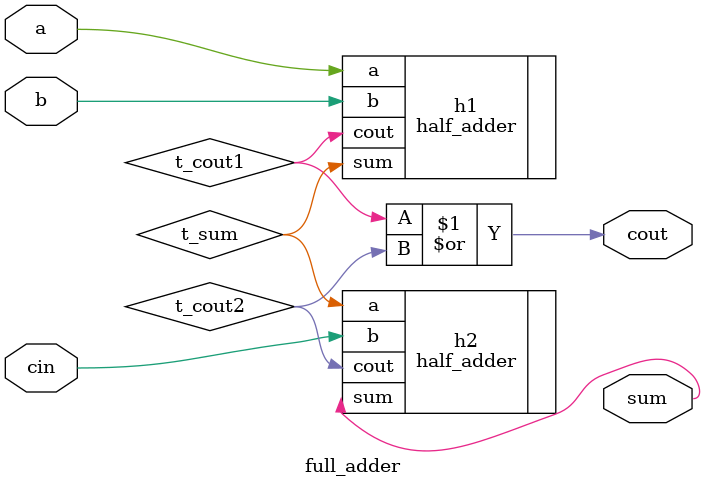
<source format=v>
`include "half_adder.v"

module full_adder(
    input a,
    input b,
    input cin,
    output cout,
    output sum
);

    wire t_cout1;
    wire t_cout2;
    wire t_sum;

    half_adder h1(
        .a(a),
        .b(b),
        .cout(t_cout1),
        .sum(t_sum)
    );

    half_adder h2(
        .a(t_sum),
        .b(cin),
        .cout(t_cout2),
        .sum(sum)
    );

    assign cout = t_cout1 | t_cout2;

endmodule

</source>
